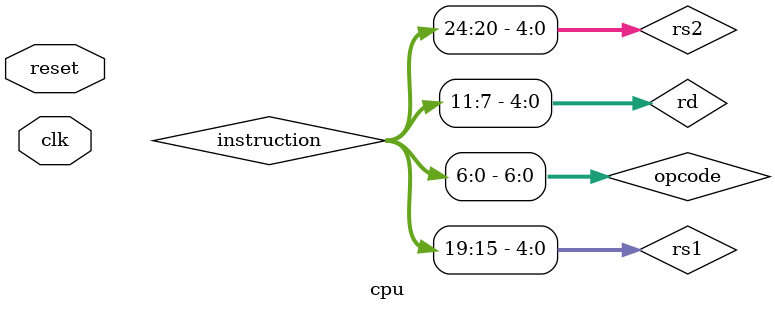
<source format=v>
`timescale 1ns / 1ps


module cpu( 
    input clk,
    input reset
    );
    
    // Internal signals
    wire [31:0] PCp4, outPC;             // Program Counter related signals
    wire [31:0] instruction;             // Instruction memory output
    wire [31:0] alu_result, mem_data;    // ALU and memory data
    wire [31:0] read_data1, read_data2;  // Read data from register file
    wire [31:0] imm_out, bsel;           // Immediate output and ALU B input
    wire [3:0] ALUop;                    // ALU control signal
    wire [31:0] ResultMux;
    wire branch, MemRead, MemtoReg, MemWrite, ALUsrc, RegWrite, ResultSrc; // Control signals
    wire zero, carry, overflow, PCSrc;   // ALU status signals
    wire brEq, brLt;                     // Branch signals from brancher
    wire brUn;                           // Unsigned mode for brancher (from CU)
    
    // PC-related signals
    wire [31:0] pc_in, pc_out;
    
    // Signals from instruction fields
    wire [6:0] opcode = instruction[6:0];
    wire [2:0] funct3 = instruction[14:12];
    wire [6:0] funct7 = instruction[31:25];
    wire [4:0] rs1 = instruction[19:15];
    wire [4:0] rs2 = instruction[24:20];
    wire [4:0] rd = instruction[11:7];
    
    // Instantiate PC (Program Counter)
    pc program_counter (
        .clk(clk),
        .rst(reset),
        .inPC(pc_in),
        .outPC(outPC)
    );
    
    // Next PC logic (branching)
    assign PCp4 = outPC + 4;
    assign PCSrc = branch & (funct3 == 3'b000 ? brEq : (funct3 == 3'b001 ? ~brEq : brLt)); // Branch condition
    assign pc_in = PCSrc ? (outPC + imm_out) : PCp4;
    
    // Instruction memory (Fetch stage)
    IMem ins_mem_inst (
        .reset(reset),
        .read_address(outPC),   // Read instruction based on PC output
        .instruction_out(instruction)
    );
    
    // Register file
    RegFile reg_file (
        .clk(clk),
        .Rs1(rs1),
        .Rs2(rs2),
        .Rd(rd),
        .RegW(RegWrite),
        .Wd(ResultMux),  // Data to write back into the register
        .rd1(read_data1),
        .rd2(read_data2)
    );
    
    // Immediate generation
    immGen immgen (
        .ins(instruction),
        .sel(immsel),
        .imm31_0(imm_out)
    );
    
    // ALU Source MUX
    mux2to1 ALUsrc_m2_1 (
        .in0(read_data2),
        .in1(imm_out),
        .sel(ALUsrc),
        .out(bsel)
    );
    
     alu alu_inst (
        .op1(read_data1),
        .op2(bsel),
        .alu_sel(ALUop),
        .alu_out(alu_result),
        .zero(zero),
        .carry(carry),
        .overflow(overflow)
    );

    // Data memory (load/store)
    data_memory dmem (
        .clk(clk),
        .reset(reset),
        .MemWrite(MemWrite),
        .MemRead(MemRead),
        .Address(alu_result),
        .writeData(read_data2),
        .readData(mem_data)
    );
    
    mux2to1 DMEM_m2_1 (
        .in0(alu_result),
        .in1(mem_data),
        .sel(ResultSrc),
        .out(ResultMux)
    );
    
     Branch brancher_inst (
        .dataA(read_data1),
        .dataB(read_data2),
        .brUn(brUn),     // Unsigned mode from control unit
        .brEq(brEq),     // Output for equality comparison
        .brLt(brLt)      // Output for less-than comparison
    );

    // Control unit
    ctrl_unit cu (
        .opcode(opcode),
        .funct3(funct3),
        .funct7(funct7),
        .branch(branch),
        .MemRead(MemRead),
        .MemtoReg(MemtoReg),
        .MemWrite(MemWrite),
        .ALUsrc(ALUsrc),
        .RegWrite(RegWrite),
        .ALUop(ALUop),
        .immsel(immsel),
        .ResultSrc(ResultSrc),
        .brEq(brEq),    // Connect brEq output from brancher
        .brLt(brLt)     // Connect brLt output from brancher
    );


    
endmodule

</source>
